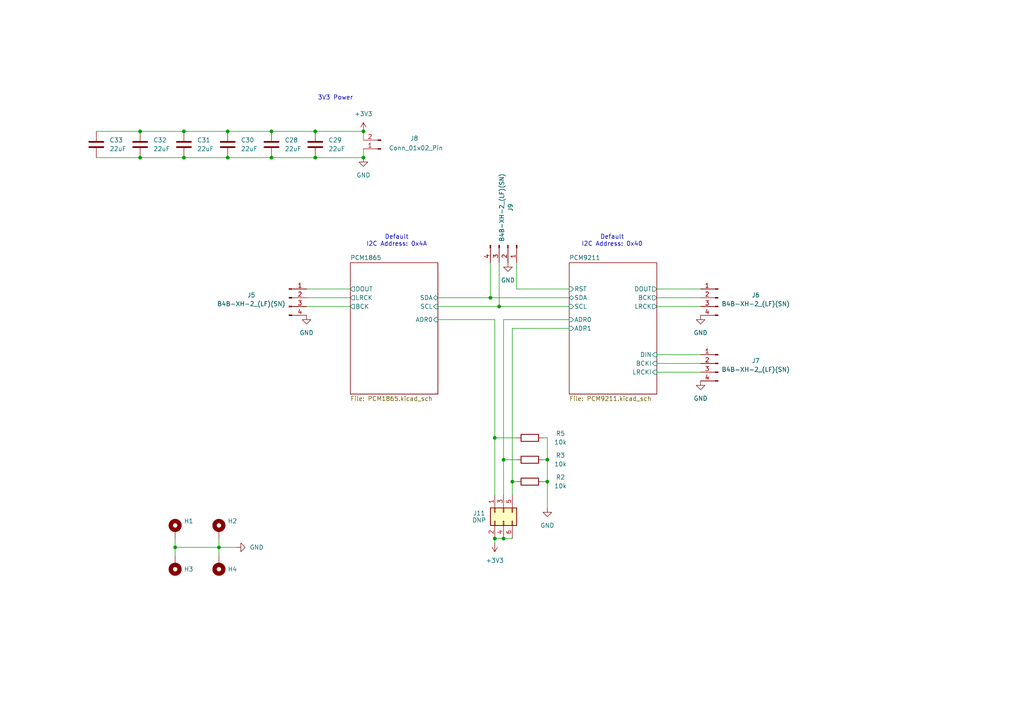
<source format=kicad_sch>
(kicad_sch (version 20231120) (generator "eeschema") (generator_version "8.0")
  (paper "A4")
  (lib_symbols
    (symbol "Connector:Conn_01x04_Pin" (pin_names (offset 1.016) hide)
      (property "Reference" "J" (at 0 5.08 0))
      (property "Value" "Conn_01x04_Pin" (at 0 -7.62 0))
      (symbol "Conn_01x04_Pin_1_1"
        (polyline (pts (xy 1.27 -5.08) (xy 0.8636 -5.08)) (stroke (width 0.1524)))
        (polyline (pts (xy 1.27 -2.54) (xy 0.8636 -2.54)) (stroke (width 0.1524)))
        (polyline (pts (xy 1.27 0) (xy 0.8636 0)) (stroke (width 0.1524)))
        (polyline (pts (xy 1.27 2.54) (xy 0.8636 2.54)) (stroke (width 0.1524)))
        (rectangle (start 0.8636 -4.953) (end 0 -5.207) (stroke (width 0.1524)) (fill (type outline)))
        (rectangle (start 0.8636 -2.413) (end 0 -2.667) (stroke (width 0.1524)) (fill (type outline)))
        (rectangle (start 0.8636 0.127) (end 0 -0.127) (stroke (width 0.1524)) (fill (type outline)))
        (rectangle (start 0.8636 2.667) (end 0 2.413) (stroke (width 0.1524)) (fill (type outline)))
        (pin passive line (at 5.08 2.54 180) (length 3.81) (name "Pin_1") (number "1"))
        (pin passive line (at 5.08 0 180) (length 3.81) (name "Pin_2") (number "2"))
        (pin passive line (at 5.08 -2.54 180) (length 3.81) (name "Pin_3") (number "3"))
        (pin passive line (at 5.08 -5.08 180) (length 3.81) (name "Pin_4") (number "4"))
      )
    )
    (symbol "Connector_Generic:Conn_02x03_Odd_Even" (pin_names (offset 1.016) hide)
      (property "Reference" "J" (at 1.27 5.08 0))
      (property "Value" "Conn_02x03_Odd_Even" (at 1.27 -5.08 0))
      (symbol "Conn_02x03_Odd_Even_1_1"
        (rectangle (start -1.27 -2.413) (end 0 -2.667) (stroke (width 0.1524)))
        (rectangle (start -1.27 0.127) (end 0 -0.127) (stroke (width 0.1524)))
        (rectangle (start -1.27 2.667) (end 0 2.413) (stroke (width 0.1524)))
        (rectangle (start -1.27 3.81) (end 3.81 -3.81) (stroke (width 0.254)) (fill (type background)))
        (rectangle (start 3.81 -2.413) (end 2.54 -2.667) (stroke (width 0.1524)))
        (rectangle (start 3.81 0.127) (end 2.54 -0.127) (stroke (width 0.1524)))
        (rectangle (start 3.81 2.667) (end 2.54 2.413) (stroke (width 0.1524)))
        (pin passive line (at -5.08 2.54 0) (length 3.81) (name "Pin_1") (number "1"))
        (pin passive line (at 7.62 2.54 180) (length 3.81) (name "Pin_2") (number "2"))
        (pin passive line (at -5.08 0 0) (length 3.81) (name "Pin_3") (number "3"))
        (pin passive line (at 7.62 0 180) (length 3.81) (name "Pin_4") (number "4"))
        (pin passive line (at -5.08 -2.54 0) (length 3.81) (name "Pin_5") (number "5"))
        (pin passive line (at 7.62 -2.54 180) (length 3.81) (name "Pin_6") (number "6"))
      )
    )
    (symbol "Endstufe:+3V3" (power) (pin_names (offset 0))
      (property "Value" "+3V3" (at 0 3.556 0))
      (symbol "+3V3_0_1"
        (polyline (pts (xy -0.762 1.27) (xy 0 2.54)))
        (polyline (pts (xy 0 0) (xy 0 2.54)))
        (polyline (pts (xy 0 2.54) (xy 0.762 1.27)))
      )
      (symbol "+3V3_1_1"
        (pin power_in line (at 0 0 90) (length 0) hide (name "+3V3") (number "1"))
      )
    )
    (symbol "Endstufe:C" (pin_numbers hide) (pin_names (offset 0.254))
      (property "Reference" "C" (at 0.635 2.54 0))
      (property "Value" "C" (at 0.635 -2.54 0))
      (symbol "C_0_1"
        (polyline (pts (xy -2.032 -0.762) (xy 2.032 -0.762)) (stroke (width 0.508)))
        (polyline (pts (xy -2.032 0.762) (xy 2.032 0.762)) (stroke (width 0.508)))
      )
      (symbol "C_1_1"
        (pin passive line (at 0 3.81 270) (length 2.794) (name "~") (number "1"))
        (pin passive line (at 0 -3.81 90) (length 2.794) (name "~") (number "2"))
      )
    )
    (symbol "Endstufe:Conn_01x02_Pin" (pin_names (offset 1.016) hide)
      (property "Reference" "J" (at 0 2.54 0))
      (property "Value" "Conn_01x02_Pin" (at 0 -5.08 0))
      (symbol "Conn_01x02_Pin_1_1"
        (polyline (pts (xy 1.27 -2.54) (xy 0.8636 -2.54)) (stroke (width 0.1524)))
        (polyline (pts (xy 1.27 0) (xy 0.8636 0)) (stroke (width 0.1524)))
        (rectangle (start 0.8636 -2.413) (end 0 -2.667) (stroke (width 0.1524)) (fill (type outline)))
        (rectangle (start 0.8636 0.127) (end 0 -0.127) (stroke (width 0.1524)) (fill (type outline)))
        (pin passive line (at 5.08 0 180) (length 3.81) (name "Pin_1") (number "1"))
        (pin passive line (at 5.08 -2.54 180) (length 3.81) (name "Pin_2") (number "2"))
      )
    )
    (symbol "Endstufe:GND" (power) (pin_names (offset 0))
      (property "Value" "GND" (at 0 -3.81 0))
      (symbol "GND_0_1"
        (polyline (pts (xy 0 0) (xy 0 -1.27) (xy 1.27 -1.27) (xy 0 -2.54) (xy -1.27 -1.27) (xy 0 -1.27)))
      )
      (symbol "GND_1_1"
        (pin power_in line (at 0 0 270) (length 0) hide (name "GND") (number "1"))
      )
    )
    (symbol "Endstufe:MountingHole_Pad" (pin_numbers hide) (pin_names (offset 1.016) hide)
      (property "Reference" "H" (at 0 6.35 0))
      (property "Value" "MountingHole_Pad" (at 0 4.445 0))
      (symbol "MountingHole_Pad_0_1"
        (circle (center 0 1.27) (radius 1.27) (stroke (width 1.27)))
      )
      (symbol "MountingHole_Pad_1_1"
        (pin input line (at 0 -2.54 90) (length 2.54) (name "1") (number "1"))
      )
    )
    (symbol "Endstufe:R" (pin_numbers hide) (pin_names (offset 0))
      (property "Reference" "R" (at 2.032 0 90))
      (property "Value" "R" (at 0 0 90))
      (symbol "R_0_1"
        (rectangle (start -1.016 -2.54) (end 1.016 2.54) (stroke (width 0.254)))
      )
      (symbol "R_1_1"
        (pin passive line (at 0 3.81 270) (length 1.27) (name "~") (number "1"))
        (pin passive line (at 0 -3.81 90) (length 1.27) (name "~") (number "2"))
      )
    )
  )
  (junction (at 105.41 38.1))
  (junction (at 53.34 38.1))
  (junction (at 53.34 45.72))
  (junction (at 143.51 156.21))
  (junction (at 148.59 139.7))
  (junction (at 78.74 38.1))
  (junction (at 144.78 88.9))
  (junction (at 142.24 86.36))
  (junction (at 63.5 158.75))
  (junction (at 105.41 45.72))
  (junction (at 40.64 38.1))
  (junction (at 50.8 158.75))
  (junction (at 78.74 45.72))
  (junction (at 158.75 133.35))
  (junction (at 146.05 133.35))
  (junction (at 146.05 156.21))
  (junction (at 66.04 45.72))
  (junction (at 91.44 38.1))
  (junction (at 66.04 38.1))
  (junction (at 91.44 45.72))
  (junction (at 40.64 45.72))
  (junction (at 158.75 139.7))
  (junction (at 143.51 127))
  (wire (pts (xy 148.59 95.25) (xy 148.59 139.7)))
  (wire (pts (xy 53.34 38.1) (xy 66.04 38.1)))
  (wire (pts (xy 66.04 45.72) (xy 78.74 45.72)))
  (wire (pts (xy 190.5 107.95) (xy 203.2 107.95)))
  (wire (pts (xy 158.75 139.7) (xy 157.48 139.7)))
  (wire (pts (xy 158.75 133.35) (xy 158.75 139.7)))
  (wire (pts (xy 190.5 88.9) (xy 203.2 88.9)))
  (wire (pts (xy 165.1 95.25) (xy 148.59 95.25)))
  (wire (pts (xy 158.75 133.35) (xy 157.48 133.35)))
  (wire (pts (xy 105.41 38.1) (xy 105.41 40.64)))
  (wire (pts (xy 91.44 38.1) (xy 105.41 38.1)))
  (wire (pts (xy 158.75 127) (xy 158.75 133.35)))
  (wire (pts (xy 190.5 83.82) (xy 203.2 83.82)))
  (wire (pts (xy 63.5 156.21) (xy 63.5 158.75)))
  (wire (pts (xy 158.75 139.7) (xy 158.75 147.32)))
  (wire (pts (xy 149.86 139.7) (xy 148.59 139.7)))
  (wire (pts (xy 68.58 158.75) (xy 63.5 158.75)))
  (wire (pts (xy 88.9 88.9) (xy 101.6 88.9)))
  (wire (pts (xy 143.51 156.21) (xy 146.05 156.21)))
  (wire (pts (xy 158.75 127) (xy 157.48 127)))
  (wire (pts (xy 142.24 86.36) (xy 165.1 86.36)))
  (wire (pts (xy 78.74 45.72) (xy 91.44 45.72)))
  (wire (pts (xy 143.51 157.48) (xy 143.51 156.21)))
  (wire (pts (xy 165.1 92.71) (xy 146.05 92.71)))
  (wire (pts (xy 127 92.71) (xy 143.51 92.71)))
  (wire (pts (xy 88.9 86.36) (xy 101.6 86.36)))
  (wire (pts (xy 27.94 38.1) (xy 40.64 38.1)))
  (wire (pts (xy 146.05 133.35) (xy 146.05 143.51)))
  (wire (pts (xy 146.05 92.71) (xy 146.05 133.35)))
  (wire (pts (xy 142.24 86.36) (xy 142.24 76.2)))
  (wire (pts (xy 190.5 102.87) (xy 203.2 102.87)))
  (wire (pts (xy 88.9 83.82) (xy 101.6 83.82)))
  (wire (pts (xy 190.5 105.41) (xy 203.2 105.41)))
  (wire (pts (xy 50.8 158.75) (xy 50.8 161.29)))
  (wire (pts (xy 50.8 156.21) (xy 50.8 158.75)))
  (wire (pts (xy 144.78 88.9) (xy 144.78 76.2)))
  (wire (pts (xy 27.94 45.72) (xy 40.64 45.72)))
  (wire (pts (xy 143.51 92.71) (xy 143.51 127)))
  (wire (pts (xy 146.05 156.21) (xy 148.59 156.21)))
  (wire (pts (xy 165.1 83.82) (xy 149.86 83.82)))
  (wire (pts (xy 105.41 43.18) (xy 105.41 45.72)))
  (wire (pts (xy 63.5 158.75) (xy 63.5 161.29)))
  (wire (pts (xy 127 86.36) (xy 142.24 86.36)))
  (wire (pts (xy 143.51 127) (xy 149.86 127)))
  (wire (pts (xy 78.74 38.1) (xy 91.44 38.1)))
  (wire (pts (xy 40.64 38.1) (xy 53.34 38.1)))
  (wire (pts (xy 91.44 45.72) (xy 105.41 45.72)))
  (wire (pts (xy 40.64 45.72) (xy 53.34 45.72)))
  (wire (pts (xy 143.51 127) (xy 143.51 143.51)))
  (wire (pts (xy 63.5 158.75) (xy 50.8 158.75)))
  (wire (pts (xy 53.34 45.72) (xy 66.04 45.72)))
  (wire (pts (xy 146.05 133.35) (xy 149.86 133.35)))
  (wire (pts (xy 148.59 139.7) (xy 148.59 143.51)))
  (wire (pts (xy 144.78 88.9) (xy 165.1 88.9)))
  (wire (pts (xy 149.86 83.82) (xy 149.86 76.2)))
  (wire (pts (xy 66.04 38.1) (xy 78.74 38.1)))
  (wire (pts (xy 127 88.9) (xy 144.78 88.9)))
  (wire (pts (xy 190.5 86.36) (xy 203.2 86.36)))
  (text "Default\nI2C Address: 0x40" (at 177.546 69.85 0) (effects (font (size 1.27 1.27))))
  (text "3V3 Power" (at 97.282 28.448 0) (effects (font (size 1.27 1.27))))
  (text "Default\nI2C Address: 0x4A" (at 115.062 69.85 0) (effects (font (size 1.27 1.27))))
  (symbol (lib_id "Endstufe:C") (at 40.64 41.91 0) (unit 1)
    (property "Reference" "C32" (at 44.45 40.64 0) (effects (justify left)))
    (property "Value" "22uF" (at 44.45 43.18 0) (effects (justify left)))
    (property "Footprint" "Endstufe:C_0603_1608Metric" (effects (hide yes)))
    (property "LCSC Part #" "C59461" (effects (hide yes)))
  )
  (symbol (lib_id "Endstufe:GND") (at 203.2 91.44 0) (unit 1)
    (property "Reference" "#PWR032" (effects (hide yes)))
    (property "Value" "GND" (at 203.2 96.52 0))
    (property "Description" "Power symbol creates a global label with name \"GND\" , ground" (effects (hide yes)))
  )
  (symbol (lib_id "Endstufe:GND") (at 147.32 76.2 0) (unit 1)
    (property "Reference" "#PWR036" (effects (hide yes)))
    (property "Value" "GND" (at 147.32 81.28 0))
    (property "Description" "Power symbol creates a global label with name \"GND\" , ground" (effects (hide yes)))
  )
  (symbol (lib_id "Endstufe:+3V3") (at 105.41 38.1 0) (unit 1)
    (property "Reference" "#PWR035" (effects (hide yes)))
    (property "Value" "+3V3" (at 105.41 33.02 0))
    (property "Description" "Power symbol creates a global label with name \"+3V3\"" (effects (hide yes)))
  )
  (symbol (lib_id "Endstufe:C") (at 78.74 41.91 0) (unit 1)
    (property "Reference" "C28" (at 82.55 40.64 0) (effects (justify left)))
    (property "Value" "22uF" (at 82.55 43.18 0) (effects (justify left)))
    (property "Footprint" "Endstufe:C_0603_1608Metric" (effects (hide yes)))
    (property "LCSC Part #" "C59461" (effects (hide yes)))
  )
  (symbol (lib_id "Endstufe:C") (at 91.44 41.91 0) (unit 1)
    (property "Reference" "C29" (at 95.25 40.64 0) (effects (justify left)))
    (property "Value" "22uF" (at 95.25 43.18 0) (effects (justify left)))
    (property "Footprint" "Endstufe:C_0603_1608Metric" (effects (hide yes)))
    (property "LCSC Part #" "C59461" (effects (hide yes)))
  )
  (symbol (lib_id "Endstufe:R") (at 153.67 133.35 90) (unit 1)
    (property "Reference" "R3" (at 162.56 132.08 90))
    (property "Value" "10k" (at 162.56 134.62 90))
    (property "Footprint" "Endstufe:C_0402_1005Metric" (effects (hide yes)))
    (property "LCSC Part #" "C25744" (effects (hide yes)))
  )
  (symbol (lib_id "Connector:Conn_01x04_Pin") (at 83.82 86.36 0) (unit 1)
    (property "Reference" "J5" (at 72.898 85.598 0))
    (property "Value" "B4B-XH-2_(LF)(SN)" (at 72.898 88.138 0))
    (property "Footprint" "Endstufe:JST_XH_B4B-XH-A_1x04_P2.50mm_Vertical" (effects (hide yes)))
    (property "Datasheet" "https://atta.szlcsc.com/upload/public/pdf/source/20180319/545684143CA87773821238F54F948951.pdf" (effects (hide yes)))
    (property "LCSC" "C157999" (effects (hide yes)))
    (property "JLCPCB Position Offset" "0,-0.5" (effects (hide yes)))
  )
  (symbol (lib_id "Endstufe:C") (at 66.04 41.91 0) (unit 1)
    (property "Reference" "C30" (at 69.85 40.64 0) (effects (justify left)))
    (property "Value" "22uF" (at 69.85 43.18 0) (effects (justify left)))
    (property "Footprint" "Endstufe:C_0603_1608Metric" (effects (hide yes)))
    (property "LCSC Part #" "C59461" (effects (hide yes)))
  )
  (symbol (lib_id "Endstufe:R") (at 153.67 127 90) (unit 1)
    (property "Reference" "R5" (at 162.56 125.73 90))
    (property "Value" "10k" (at 162.56 128.27 90))
    (property "Footprint" "Endstufe:C_0402_1005Metric" (effects (hide yes)))
    (property "LCSC Part #" "C25744" (effects (hide yes)))
  )
  (symbol (lib_id "Endstufe:R") (at 153.67 139.7 90) (unit 1)
    (property "Reference" "R2" (at 162.56 138.43 90))
    (property "Value" "10k" (at 162.56 140.97 90))
    (property "Footprint" "Endstufe:C_0402_1005Metric" (effects (hide yes)))
    (property "LCSC Part #" "C25744" (effects (hide yes)))
  )
  (symbol (lib_id "Endstufe:C") (at 53.34 41.91 0) (unit 1)
    (property "Reference" "C31" (at 57.15 40.64 0) (effects (justify left)))
    (property "Value" "22uF" (at 57.15 43.18 0) (effects (justify left)))
    (property "Footprint" "Endstufe:C_0603_1608Metric" (effects (hide yes)))
    (property "LCSC Part #" "C59461" (effects (hide yes)))
  )
  (symbol (lib_id "Endstufe:MountingHole_Pad") (at 63.5 163.83 180) (unit 1)
    (property "Reference" "H4" (at 66.04 165.0999 0) (effects (justify right)))
    (property "Value" "MountingHole_Pad" (effects (hide yes)))
    (property "Footprint" "Endstufe:MountingHole_3.2mm_M3_ISO14580_Pad" (effects (hide yes)))
    (property "Description" "Mounting Hole with connection" (effects (hide yes)))
  )
  (symbol (lib_id "Endstufe:GND") (at 203.2 110.49 0) (unit 1)
    (property "Reference" "#PWR033" (effects (hide yes)))
    (property "Value" "GND" (at 203.2 115.57 0))
    (property "Description" "Power symbol creates a global label with name \"GND\" , ground" (effects (hide yes)))
  )
  (symbol (lib_id "Endstufe:+3V3") (at 143.51 157.48 180) (unit 1)
    (property "Reference" "#PWR038" (effects (hide yes)))
    (property "Value" "+3V3" (at 143.51 162.56 0))
    (property "Description" "Power symbol creates a global label with name \"+3V3\"" (effects (hide yes)))
  )
  (symbol (lib_id "Endstufe:GND") (at 88.9 91.44 0) (unit 1)
    (property "Reference" "#PWR031" (effects (hide yes)))
    (property "Value" "GND" (at 88.9 96.52 0))
    (property "Description" "Power symbol creates a global label with name \"GND\" , ground" (effects (hide yes)))
  )
  (symbol (lib_id "Endstufe:MountingHole_Pad") (at 63.5 153.67 0) (unit 1)
    (property "Reference" "H2" (at 66.04 151.1299 0) (effects (justify left)))
    (property "Value" "MountingHole_Pad" (effects (hide yes)))
    (property "Footprint" "Endstufe:MountingHole_3.2mm_M3_ISO14580_Pad" (effects (hide yes)))
    (property "Description" "Mounting Hole with connection" (effects (hide yes)))
  )
  (symbol (lib_id "Endstufe:GND") (at 68.58 158.75 90) (unit 1)
    (property "Reference" "#PWR039" (effects (hide yes)))
    (property "Value" "GND" (at 72.39 158.7499 90) (effects (justify right)))
    (property "Description" "Power symbol creates a global label with name \"GND\" , ground" (effects (hide yes)))
  )
  (symbol (lib_id "Connector_Generic:Conn_02x03_Odd_Even") (at 146.05 148.59 90) (mirror x) (unit 1)
    (property "Reference" "J11" (at 137.16 148.844 90) (effects (justify right)))
    (property "Value" "DNP" (at 136.906 150.876 90) (effects (justify right)))
    (property "Footprint" "Connector_PinHeader_2.54mm:PinHeader_2x03_P2.54mm_Vertical" (effects (hide yes)))
    (property "Description" "Generic connector, double row, 02x03, odd/even pin numbering scheme (row 1 odd numbers, row 2 even numbers), script generated (kicad-library-utils/schlib/autogen/connector/)" (effects (hide yes)))
  )
  (symbol (lib_id "Endstufe:C") (at 27.94 41.91 0) (unit 1)
    (property "Reference" "C33" (at 31.75 40.64 0) (effects (justify left)))
    (property "Value" "22uF" (at 31.75 43.18 0) (effects (justify left)))
    (property "Footprint" "Endstufe:C_0603_1608Metric" (effects (hide yes)))
    (property "LCSC Part #" "C59461" (effects (hide yes)))
  )
  (symbol (lib_id "Connector:Conn_01x04_Pin") (at 208.28 105.41 0) (mirror y) (unit 1)
    (property "Reference" "J7" (at 219.202 104.648 0))
    (property "Value" "B4B-XH-2_(LF)(SN)" (at 219.202 107.188 0))
    (property "Footprint" "Endstufe:JST_XH_B4B-XH-A_1x04_P2.50mm_Vertical" (effects (hide yes)))
    (property "Datasheet" "https://atta.szlcsc.com/upload/public/pdf/source/20180319/545684143CA87773821238F54F948951.pdf" (effects (hide yes)))
    (property "LCSC" "C157999" (effects (hide yes)))
    (property "JLCPCB Position Offset" "0,-0.5" (effects (hide yes)))
  )
  (symbol (lib_id "Connector:Conn_01x04_Pin") (at 147.32 71.12 270) (unit 1)
    (property "Reference" "J9" (at 148.082 60.198 0))
    (property "Value" "B4B-XH-2_(LF)(SN)" (at 145.542 60.198 0))
    (property "Footprint" "Endstufe:JST_XH_B4B-XH-A_1x04_P2.50mm_Vertical" (effects (hide yes)))
    (property "Datasheet" "https://atta.szlcsc.com/upload/public/pdf/source/20180319/545684143CA87773821238F54F948951.pdf" (effects (hide yes)))
    (property "LCSC" "C157999" (effects (hide yes)))
    (property "JLCPCB Position Offset" "0,-0.5" (effects (hide yes)))
  )
  (symbol (lib_id "Connector:Conn_01x04_Pin") (at 208.28 86.36 0) (mirror y) (unit 1)
    (property "Reference" "J6" (at 219.202 85.598 0))
    (property "Value" "B4B-XH-2_(LF)(SN)" (at 219.202 88.138 0))
    (property "Footprint" "Endstufe:JST_XH_B4B-XH-A_1x04_P2.50mm_Vertical" (effects (hide yes)))
    (property "Datasheet" "https://atta.szlcsc.com/upload/public/pdf/source/20180319/545684143CA87773821238F54F948951.pdf" (effects (hide yes)))
    (property "LCSC" "C157999" (effects (hide yes)))
    (property "JLCPCB Position Offset" "0,-0.5" (effects (hide yes)))
  )
  (symbol (lib_id "Endstufe:MountingHole_Pad") (at 50.8 153.67 0) (unit 1)
    (property "Reference" "H1" (at 53.34 151.1299 0) (effects (justify left)))
    (property "Value" "MountingHole_Pad" (effects (hide yes)))
    (property "Footprint" "Endstufe:MountingHole_3.2mm_M3_ISO14580_Pad" (effects (hide yes)))
    (property "Description" "Mounting Hole with connection" (effects (hide yes)))
  )
  (symbol (lib_id "Endstufe:Conn_01x02_Pin") (at 110.49 43.18 180) (unit 1)
    (property "Reference" "J8" (at 120.142 40.132 0))
    (property "Value" "Conn_01x02_Pin" (at 120.65 42.926 0))
    (property "Footprint" "Endstufe:JST_XH_B2B-XH-A_1x02_P2.50mm_Vertical" (effects (hide yes)))
    (property "LCSC Part #" "C158012" (effects (hide yes)))
    (property "JLCPCB Position Offset" "0,-0.5" (effects (hide yes)))
    (property "LCSC" "C158012" (effects (hide yes)))
  )
  (symbol (lib_id "Endstufe:GND") (at 158.75 147.32 0) (unit 1)
    (property "Reference" "#PWR037" (effects (hide yes)))
    (property "Value" "GND" (at 158.75 152.4 0))
    (property "Description" "Power symbol creates a global label with name \"GND\" , ground" (effects (hide yes)))
  )
  (symbol (lib_id "Endstufe:GND") (at 105.41 45.72 0) (unit 1)
    (property "Reference" "#PWR034" (effects (hide yes)))
    (property "Value" "GND" (at 105.41 50.8 0))
    (property "Description" "Power symbol creates a global label with name \"GND\" , ground" (effects (hide yes)))
  )
  (symbol (lib_id "Endstufe:MountingHole_Pad") (at 50.8 163.83 180) (unit 1)
    (property "Reference" "H3" (at 53.34 165.0999 0) (effects (justify right)))
    (property "Value" "MountingHole_Pad" (effects (hide yes)))
    (property "Footprint" "Endstufe:MountingHole_3.2mm_M3_ISO14580_Pad" (effects (hide yes)))
    (property "Description" "Mounting Hole with connection" (effects (hide yes)))
  )
  (sheet (at 101.6 76.2) (size 25.4 38.1) (stroke (width 0.1524))
    (property "Sheetname" "PCM1865" (at 101.6 75.4884 0) (effects (justify left bottom)))
    (property "Sheetfile" "PCM1865.kicad_sch" (at 101.6 114.8846 0) (effects (justify left top)))
    (pin "BCK" output (at 101.6 88.9 180))
    (pin "LRCK" output (at 101.6 86.36 180))
    (pin "SCL" input (at 127 88.9 0))
    (pin "SDA" bidirectional (at 127 86.36 0))
    (pin "ADR0" input (at 127 92.71 0))
    (pin "DOUT" output (at 101.6 83.82 180))
  )
  (sheet (at 165.1 76.2) (size 25.4 38.1) (stroke (width 0.1524))
    (property "Sheetname" "PCM9211" (at 165.1 75.4884 0) (effects (justify left bottom)))
    (property "Sheetfile" "PCM9211.kicad_sch" (at 165.1 114.8846 0) (effects (justify left top)))
    (pin "LRCKI" input (at 190.5 107.95 0))
    (pin "DIN" input (at 190.5 102.87 0))
    (pin "BCKI" input (at 190.5 105.41 0))
    (pin "SDA" bidirectional (at 165.1 86.36 180))
    (pin "ADR0" input (at 165.1 92.71 180))
    (pin "ADR1" input (at 165.1 95.25 180))
    (pin "SCL" input (at 165.1 88.9 180))
    (pin "DOUT" output (at 190.5 83.82 0))
    (pin "BCK" output (at 190.5 86.36 0))
    (pin "LRCK" output (at 190.5 88.9 0))
    (pin "RST" input (at 165.1 83.82 180))
  )
)
</source>
